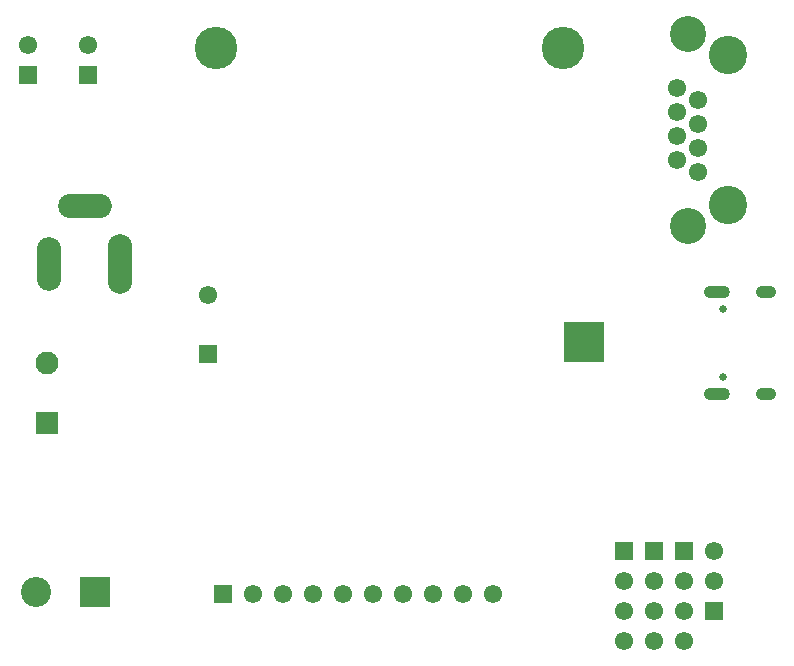
<source format=gbr>
G04 DipTrace 3.3.1.3*
G04 BottomMask.gbr*
%MOIN*%
G04 #@! TF.FileFunction,Soldermask,Bot*
G04 #@! TF.Part,Single*
%AMOUTLINE1*
4,1,4,
0.050213,-0.050213,
-0.050213,-0.050213,
-0.050213,0.050213,
0.050213,0.050213,
0.050213,-0.050213,
0*%
%AMOUTLINE10*
4,1,16,
-0.011924,0.020685,
-0.020797,0.01866,
-0.028003,0.012913,
-0.032003,0.004609,
-0.032003,-0.004609,
-0.028003,-0.012913,
-0.020797,-0.01866,
-0.011924,-0.020685,
0.011924,-0.020685,
0.020797,-0.01866,
0.028003,-0.012913,
0.032003,-0.004609,
0.032003,0.004609,
0.028003,0.012913,
0.020797,0.01866,
0.011924,0.020685,
-0.011924,0.020685,
0*%
%AMOUTLINE13*
4,1,16,
-0.021766,0.020685,
-0.03064,0.01866,
-0.037846,0.012913,
-0.041845,0.004609,
-0.041845,-0.004609,
-0.037846,-0.012913,
-0.03064,-0.01866,
-0.021766,-0.020685,
0.021766,-0.020685,
0.03064,-0.01866,
0.037846,-0.012913,
0.041845,-0.004609,
0.041845,0.004609,
0.037846,0.012913,
0.03064,0.01866,
0.021766,0.020685,
-0.021766,0.020685,
0*%
%ADD59C,0.025591*%
%ADD60C,0.127953*%
%ADD61C,0.14173*%
%ADD91C,0.12011*%
%ADD93C,0.100425*%
%ADD95O,0.179165X0.08074*%
%ADD97O,0.08074X0.179165*%
%ADD99O,0.08074X0.19885*%
%ADD107C,0.076803*%
%ADD109R,0.076803X0.076803*%
%ADD115C,0.061055*%
%ADD117R,0.061055X0.061055*%
%ADD131OUTLINE1*%
%ADD140OUTLINE10*%
%ADD143OUTLINE13*%
%FSLAX26Y26*%
G04*
G70*
G90*
G75*
G01*
G04 BotMask*
%LPD*%
D117*
X762500Y1156249D3*
D115*
Y1353100D3*
D109*
X225000Y925000D3*
D107*
Y1125000D3*
D99*
X468749Y1456251D3*
D97*
X232529D3*
D95*
X350639Y1649164D3*
D131*
X386425Y362000D3*
D93*
X189575D3*
D140*
X2622749Y1364079D3*
D143*
X2458182Y1023921D3*
Y1364079D3*
D140*
X2622749Y1023921D3*
D59*
X2479049Y1080220D3*
Y1307780D3*
D117*
X162500Y2087500D3*
D115*
Y2187500D3*
D117*
X2450000Y300000D3*
D115*
Y400000D3*
Y500000D3*
X2397000Y1762449D3*
X2326921Y1802606D3*
X2397000Y1842764D3*
X2326921Y1882921D3*
X2397000Y1923079D3*
X2326921Y1963236D3*
X2397000Y2003394D3*
X2326921Y2043551D3*
D91*
X2361961Y2222882D3*
Y1583118D3*
D60*
X2497000Y2153000D3*
Y1653000D3*
D117*
X2150000Y500000D3*
D115*
Y400000D3*
Y300000D3*
Y200000D3*
D117*
X2350000Y500000D3*
D115*
Y400000D3*
Y300000D3*
Y200000D3*
D117*
X812000Y356000D3*
D115*
X912000D3*
X1012000D3*
X1112000D3*
X1212000D3*
X1312000D3*
X1412000D3*
X1512000D3*
X1612000D3*
X1712000D3*
D117*
X2250000Y500000D3*
D115*
Y400000D3*
Y300000D3*
Y200000D3*
D117*
X362500Y2087500D3*
D115*
Y2187500D3*
D61*
X787500Y2175000D3*
X1945000D3*
G36*
X1950000Y1262500D2*
X2081249D1*
Y1131249D1*
X1950000D1*
Y1262500D1*
G37*
M02*

</source>
